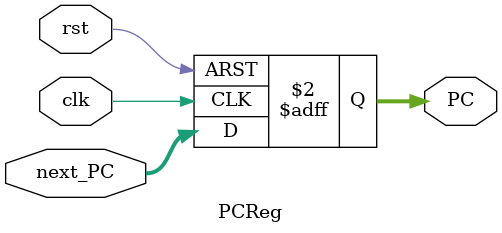
<source format=sv>
module PCReg #(
    DATA_WIDTH = 32
) (
    input   logic [DATA_WIDTH-1:0]  next_PC,
    input   logic                   clk,
    input   logic                   rst,
    output  logic [DATA_WIDTH-1:0]  PC
);

    always_ff @ (posedge clk, posedge rst)
        if (rst)
            PC <= 32'b0;
        else
            PC <= next_PC;

endmodule

</source>
